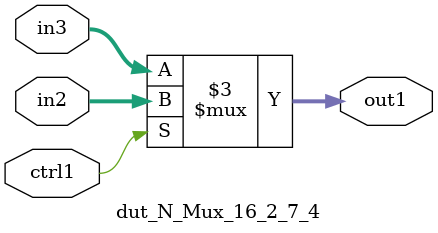
<source format=v>

`timescale 1ps / 1ps


module dut_N_Mux_16_2_7_4( in3, in2, ctrl1, out1 );

    input [15:0] in3;
    input [15:0] in2;
    input ctrl1;
    output [15:0] out1;
    reg [15:0] out1;

    
    // rtl_process:dut_N_Mux_16_2_7_4/dut_N_Mux_16_2_7_4_thread_1
    always @*
      begin : dut_N_Mux_16_2_7_4_thread_1
        case (ctrl1) 
          1'b1: 
            begin
              out1 = in2;
            end
          default: 
            begin
              out1 = in3;
            end
        endcase
      end

endmodule



</source>
